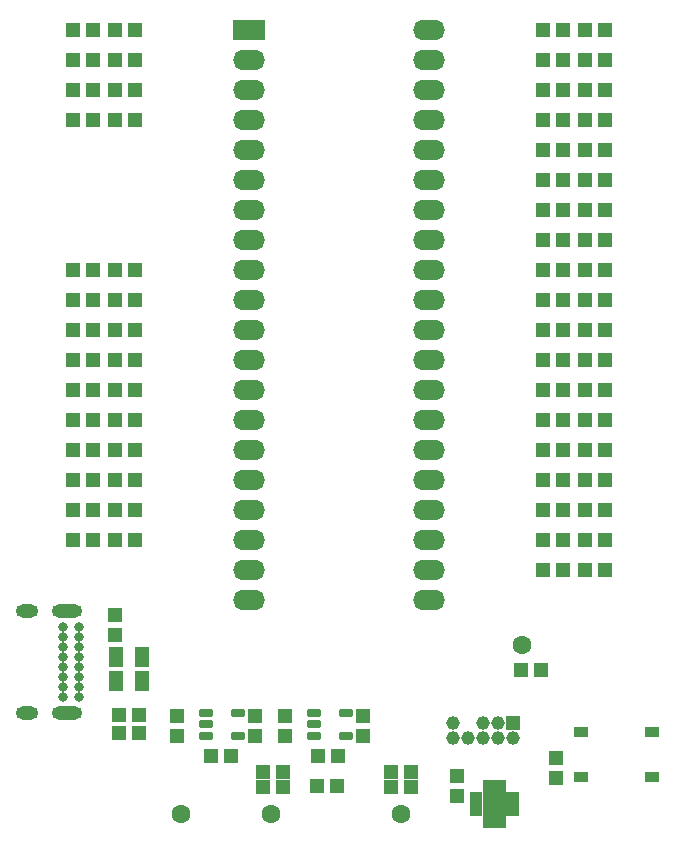
<source format=gts>
G04*
G04 #@! TF.GenerationSoftware,Altium Limited,Altium Designer,19.1.8 (144)*
G04*
G04 Layer_Color=8388736*
%FSLAX25Y25*%
%MOIN*%
G70*
G01*
G75*
%ADD22R,0.04800X0.03800*%
%ADD23R,0.04737X0.06706*%
%ADD24R,0.04737X0.05131*%
%ADD25R,0.05131X0.04737*%
%ADD26R,0.04343X0.01981*%
%ADD27R,0.01981X0.04343*%
%ADD28R,0.07887X0.07887*%
G04:AMPARAMS|DCode=29|XSize=47.37mil|YSize=29.65mil|CornerRadius=9.41mil|HoleSize=0mil|Usage=FLASHONLY|Rotation=0.000|XOffset=0mil|YOffset=0mil|HoleType=Round|Shape=RoundedRectangle|*
%AMROUNDEDRECTD29*
21,1,0.04737,0.01083,0,0,0.0*
21,1,0.02854,0.02965,0,0,0.0*
1,1,0.01883,0.01427,-0.00541*
1,1,0.01883,-0.01427,-0.00541*
1,1,0.01883,-0.01427,0.00541*
1,1,0.01883,0.01427,0.00541*
%
%ADD29ROUNDEDRECTD29*%
%ADD30O,0.10642X0.06706*%
%ADD31R,0.10642X0.06706*%
%ADD32R,0.04580X0.04580*%
%ADD33C,0.04580*%
%ADD34C,0.06312*%
%ADD35O,0.07493X0.04343*%
%ADD36O,0.10249X0.04343*%
%ADD37O,0.03359X0.03241*%
%ADD38C,0.02769*%
D22*
X394311Y207882D02*
D03*
Y193118D02*
D03*
X370689D02*
D03*
Y207882D02*
D03*
D23*
X224331Y233000D02*
D03*
X215669D02*
D03*
X224331Y225000D02*
D03*
X215669D02*
D03*
D24*
X272000Y213347D02*
D03*
Y206653D02*
D03*
X329500Y193347D02*
D03*
Y186653D02*
D03*
X298000Y206653D02*
D03*
Y213347D02*
D03*
X236000Y206653D02*
D03*
Y213347D02*
D03*
X262000Y206653D02*
D03*
Y213347D02*
D03*
X362500Y199346D02*
D03*
Y192654D02*
D03*
X215500Y240154D02*
D03*
Y246847D02*
D03*
D25*
X289347Y190000D02*
D03*
X282653D02*
D03*
X283154Y200000D02*
D03*
X289846D02*
D03*
X254000D02*
D03*
X247307D02*
D03*
X350753Y228500D02*
D03*
X357447D02*
D03*
X314000Y189500D02*
D03*
X307307D02*
D03*
X314000Y194500D02*
D03*
X307307D02*
D03*
X216653Y207500D02*
D03*
X223346D02*
D03*
X216653Y213500D02*
D03*
X223346D02*
D03*
X271346Y194500D02*
D03*
X264653D02*
D03*
X271346Y189500D02*
D03*
X264653D02*
D03*
X208000Y442000D02*
D03*
X201307D02*
D03*
X208000Y432000D02*
D03*
X201307D02*
D03*
X208000Y422000D02*
D03*
X201307D02*
D03*
X208000Y412000D02*
D03*
X201307D02*
D03*
X208000Y362000D02*
D03*
X201307D02*
D03*
X208000Y352000D02*
D03*
X201307D02*
D03*
X208000Y342000D02*
D03*
X201307D02*
D03*
X208000Y332000D02*
D03*
X201307D02*
D03*
X208000Y322000D02*
D03*
X201307D02*
D03*
X208000Y312000D02*
D03*
X201307D02*
D03*
X208000Y302000D02*
D03*
X201307D02*
D03*
X208000Y292000D02*
D03*
X201307D02*
D03*
X208000Y282000D02*
D03*
X201307D02*
D03*
X208000Y272000D02*
D03*
X201307D02*
D03*
X215307Y442000D02*
D03*
X222000D02*
D03*
X215307Y432000D02*
D03*
X222000D02*
D03*
X215307Y422000D02*
D03*
X222000D02*
D03*
X215307Y412000D02*
D03*
X222000D02*
D03*
X215307Y362000D02*
D03*
X222000D02*
D03*
X215307Y352000D02*
D03*
X222000D02*
D03*
X215307Y342000D02*
D03*
X222000D02*
D03*
X215307Y332000D02*
D03*
X222000D02*
D03*
X215307Y322000D02*
D03*
X222000D02*
D03*
X215307Y312000D02*
D03*
X222000D02*
D03*
X215307Y302000D02*
D03*
X222000D02*
D03*
X215307Y292000D02*
D03*
X222000D02*
D03*
X215307Y282000D02*
D03*
X222000D02*
D03*
X215307Y272000D02*
D03*
X222000D02*
D03*
X358154Y442000D02*
D03*
X364846D02*
D03*
X358154Y432000D02*
D03*
X364846D02*
D03*
X358154Y422000D02*
D03*
X364846D02*
D03*
X358154Y412000D02*
D03*
X364846D02*
D03*
X358154Y402000D02*
D03*
X364846D02*
D03*
X358154Y392000D02*
D03*
X364846D02*
D03*
X358154Y382000D02*
D03*
X364846D02*
D03*
X358154Y372000D02*
D03*
X364846D02*
D03*
X358154Y362000D02*
D03*
X364846D02*
D03*
X358154Y352000D02*
D03*
X364846D02*
D03*
X358154Y342000D02*
D03*
X364846D02*
D03*
X358154Y332000D02*
D03*
X364846D02*
D03*
X358154Y322000D02*
D03*
X364846D02*
D03*
X358154Y312000D02*
D03*
X364846D02*
D03*
X358154Y302000D02*
D03*
X364846D02*
D03*
X358154Y292000D02*
D03*
X364846D02*
D03*
X358154Y282000D02*
D03*
X364846D02*
D03*
X358154Y272000D02*
D03*
X364846D02*
D03*
X358154Y262000D02*
D03*
X364846D02*
D03*
X372153Y382000D02*
D03*
X378847D02*
D03*
X372153Y372000D02*
D03*
X378847D02*
D03*
X372153Y362000D02*
D03*
X378847D02*
D03*
X372153Y352000D02*
D03*
X378847D02*
D03*
X372153Y342000D02*
D03*
X378847D02*
D03*
X372153Y332000D02*
D03*
X378847D02*
D03*
X372153Y322000D02*
D03*
X378847D02*
D03*
X372153Y312000D02*
D03*
X378847D02*
D03*
X372153Y302000D02*
D03*
X378847D02*
D03*
X372153Y292000D02*
D03*
X378847D02*
D03*
X372153Y392000D02*
D03*
X378847D02*
D03*
X372153Y402000D02*
D03*
X378847D02*
D03*
X372153Y412000D02*
D03*
X378847D02*
D03*
X372153Y422000D02*
D03*
X378847D02*
D03*
X372153Y432000D02*
D03*
X378847D02*
D03*
X372153Y442000D02*
D03*
X378847D02*
D03*
X372153Y282000D02*
D03*
X378847D02*
D03*
X372153Y272000D02*
D03*
X378847D02*
D03*
X372153Y262000D02*
D03*
X378847D02*
D03*
D26*
X335776Y186953D02*
D03*
Y184984D02*
D03*
Y183016D02*
D03*
Y181047D02*
D03*
X347981D02*
D03*
Y183016D02*
D03*
Y184984D02*
D03*
Y186953D02*
D03*
D27*
X338926Y177898D02*
D03*
X340894D02*
D03*
X342863D02*
D03*
X344831D02*
D03*
Y190102D02*
D03*
X342863D02*
D03*
X340894D02*
D03*
X338926D02*
D03*
D28*
X341878Y184000D02*
D03*
D29*
X292315Y206760D02*
D03*
Y214240D02*
D03*
X281685Y206760D02*
D03*
Y210500D02*
D03*
Y214240D02*
D03*
X256315Y206760D02*
D03*
Y214240D02*
D03*
X245685Y206760D02*
D03*
Y210500D02*
D03*
Y214240D02*
D03*
D30*
X320000Y252000D02*
D03*
Y262000D02*
D03*
Y272000D02*
D03*
Y282000D02*
D03*
Y292000D02*
D03*
Y302000D02*
D03*
Y312000D02*
D03*
Y322000D02*
D03*
Y332000D02*
D03*
Y342000D02*
D03*
Y352000D02*
D03*
Y362000D02*
D03*
Y372000D02*
D03*
Y382000D02*
D03*
Y392000D02*
D03*
Y402000D02*
D03*
Y412000D02*
D03*
Y422000D02*
D03*
Y432000D02*
D03*
Y442000D02*
D03*
X260000Y252000D02*
D03*
Y262000D02*
D03*
Y272000D02*
D03*
Y282000D02*
D03*
Y292000D02*
D03*
Y302000D02*
D03*
Y312000D02*
D03*
Y322000D02*
D03*
Y332000D02*
D03*
Y342000D02*
D03*
Y352000D02*
D03*
Y362000D02*
D03*
Y372000D02*
D03*
Y382000D02*
D03*
Y392000D02*
D03*
Y402000D02*
D03*
Y412000D02*
D03*
Y422000D02*
D03*
Y432000D02*
D03*
D31*
Y442000D02*
D03*
D32*
X347878Y211000D02*
D03*
D33*
Y206000D02*
D03*
X342878Y211000D02*
D03*
Y206000D02*
D03*
X337878Y211000D02*
D03*
Y206000D02*
D03*
X332878D02*
D03*
X327878Y211000D02*
D03*
Y206000D02*
D03*
D34*
X267500Y180762D02*
D03*
X237500D02*
D03*
X351000Y237000D02*
D03*
X310653Y180762D02*
D03*
D35*
X186149Y248355D02*
D03*
Y214299D02*
D03*
D36*
X199456D02*
D03*
Y248355D02*
D03*
D37*
X198000Y243040D02*
D03*
Y239693D02*
D03*
Y236347D02*
D03*
Y233000D02*
D03*
Y229654D02*
D03*
Y226307D02*
D03*
Y222961D02*
D03*
Y219614D02*
D03*
X203314D02*
D03*
Y222961D02*
D03*
Y226307D02*
D03*
Y229654D02*
D03*
Y233000D02*
D03*
Y236347D02*
D03*
Y239693D02*
D03*
Y243040D02*
D03*
D38*
X339713Y186165D02*
D03*
X344044D02*
D03*
X339713Y181835D02*
D03*
X344044D02*
D03*
M02*

</source>
